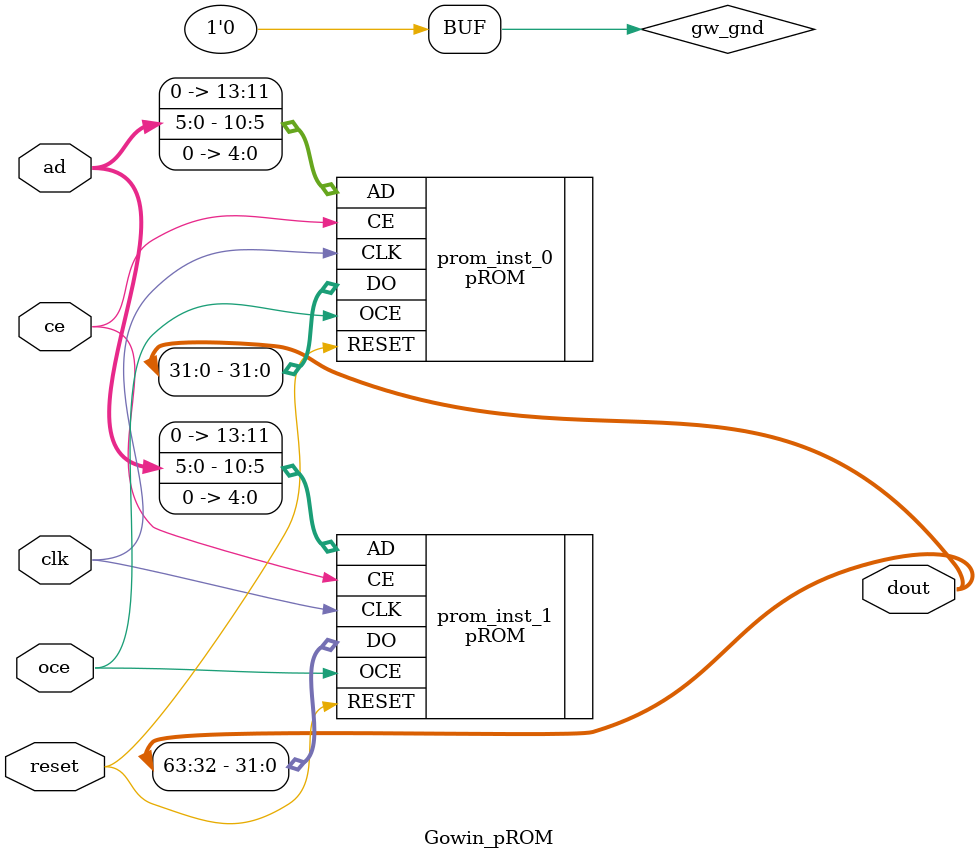
<source format=v>

module Gowin_pROM (dout, clk, oce, ce, reset, ad);

output [63:0] dout;
input clk;
input oce;
input ce;
input reset;
input [5:0] ad;

wire gw_gnd;

assign gw_gnd = 1'b0;

pROM prom_inst_0 (
    .DO(dout[31:0]),
    .CLK(clk),
    .OCE(oce),
    .CE(ce),
    .RESET(reset),
    .AD({gw_gnd,gw_gnd,gw_gnd,ad[5:0],gw_gnd,gw_gnd,gw_gnd,gw_gnd,gw_gnd})
);

defparam prom_inst_0.READ_MODE = 1'b0;
defparam prom_inst_0.BIT_WIDTH = 32;
defparam prom_inst_0.RESET_MODE = "SYNC";
defparam prom_inst_0.INIT_RAM_00 = 256'h0303663C1E16467F1E16467F6666361F0303663C3E66663F33331E0C00000000;
defparam prom_inst_0.INIT_RAM_01 = 256'h6363361C7B6F67637F7F77630606060F1E366667303030780C0C0C1E3F333333;
defparam prom_inst_0.INIT_RAM_02 = 256'h6B63636333333333333333330C0C2D3F0E07331E3E66663F3333331E3E66663F;
defparam prom_inst_0.INIT_RAM_03 = 256'h33363C381C30331E1C30331E0C0C0E0C7B73633E1831637F1E3333331C366363;
defparam prom_inst_0.INIT_RAM_04 = 256'h1830331E00000000000000003E33331E1E33331E1830333F1F03061C301F033F;
defparam prom_inst_0.INIT_RAM_05 = 256'h000C0C003333331E181818183F00000000000000180C06030C183060183C3C18;
defparam prom_inst_0.INIT_RAM_06 = 256'h0000000000000000000000000000000000000000000000000000000000030606;

pROM prom_inst_1 (
    .DO(dout[63:32]),
    .CLK(clk),
    .OCE(oce),
    .CE(ce),
    .RESET(reset),
    .AD({gw_gnd,gw_gnd,gw_gnd,ad[5:0],gw_gnd,gw_gnd,gw_gnd,gw_gnd,gw_gnd})
);

defparam prom_inst_1.READ_MODE = 1'b0;
defparam prom_inst_1.BIT_WIDTH = 32;
defparam prom_inst_1.RESET_MODE = "SYNC";
defparam prom_inst_1.INIT_RAM_00 = 256'h007C6673000F0616007F4616001F3666003C6603003F66660033333F00000000;
defparam prom_inst_1.INIT_RAM_01 = 256'h001C3663006363730063636B007F664600676636001E3333001E0C0C00333333;
defparam prom_inst_1.INIT_RAM_02 = 256'h0063777F000C1E33003F3333001E0C0C001E33380067663600381E3B000F0606;
defparam prom_inst_1.INIT_RAM_03 = 256'h0078307F001E3330003F3306003F0C0C003E676F007F664C001E0C0C0063361C;
defparam prom_inst_1.INIT_RAM_04 = 256'h000C000C060C0C00000C0C00000E1830001E3333000C0C0C001E3333001E3330;
defparam prom_inst_1.INIT_RAM_05 = 256'h000C0C000000001E001818180000000000FF0000004060300001030600180018;
defparam prom_inst_1.INIT_RAM_06 = 256'h0000000000000000000000000000000000000000000000000000000000000000;

endmodule //Gowin_pROM

</source>
